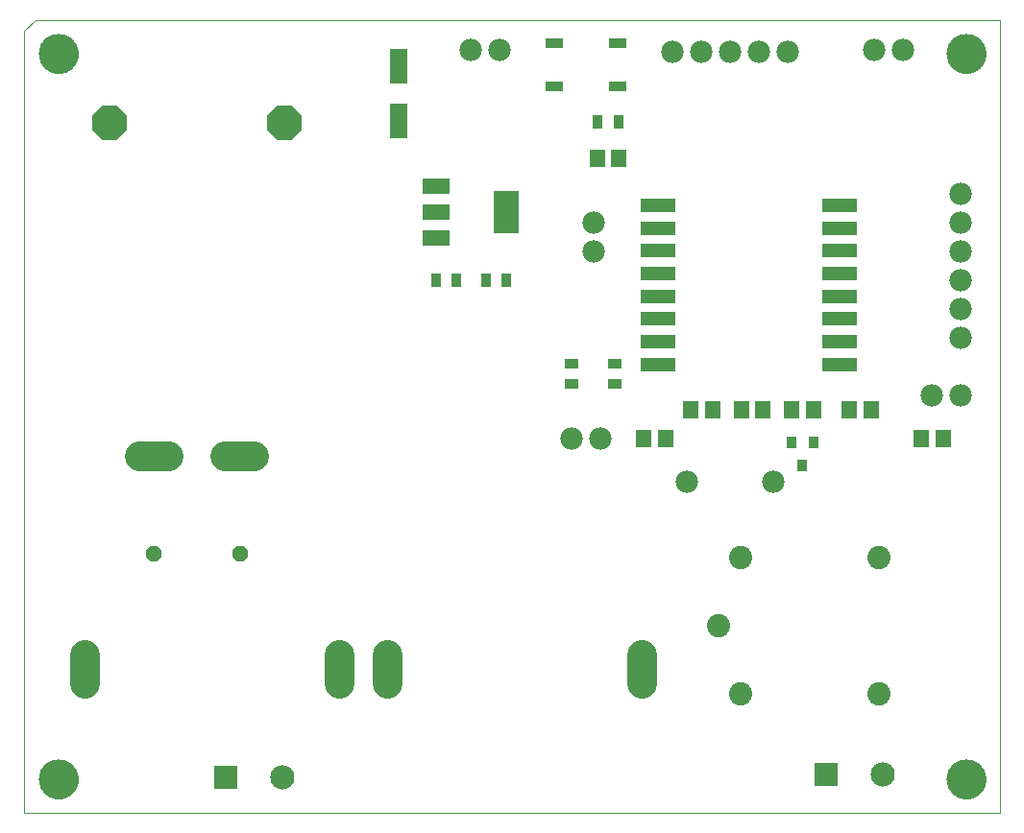
<source format=gts>
G75*
%MOIN*%
%OFA0B0*%
%FSLAX25Y25*%
%IPPOS*%
%LPD*%
%AMOC8*
5,1,8,0,0,1.08239X$1,22.5*
%
%ADD10C,0.00000*%
%ADD11C,0.13786*%
%ADD12R,0.05518X0.06306*%
%ADD13C,0.07800*%
%ADD14C,0.10400*%
%ADD15OC8,0.12211*%
%ADD16R,0.03550X0.05124*%
%ADD17R,0.05912X0.12211*%
%ADD18R,0.03550X0.03943*%
%ADD19R,0.05124X0.03550*%
%ADD20R,0.12211X0.04600*%
%ADD21R,0.06400X0.03400*%
%ADD22R,0.08400X0.08400*%
%ADD23C,0.08400*%
%ADD24C,0.08077*%
%ADD25R,0.09200X0.05200*%
%ADD26R,0.09061X0.14573*%
%ADD27OC8,0.05600*%
D10*
X0035219Y0001892D02*
X0035219Y0273546D01*
X0039156Y0277483D01*
X0373802Y0277483D01*
X0373802Y0001892D01*
X0035219Y0001892D01*
X0040337Y0013703D02*
X0040339Y0013867D01*
X0040345Y0014031D01*
X0040355Y0014195D01*
X0040369Y0014359D01*
X0040387Y0014522D01*
X0040409Y0014685D01*
X0040436Y0014847D01*
X0040466Y0015009D01*
X0040500Y0015169D01*
X0040538Y0015329D01*
X0040579Y0015488D01*
X0040625Y0015646D01*
X0040675Y0015802D01*
X0040728Y0015958D01*
X0040785Y0016112D01*
X0040846Y0016264D01*
X0040911Y0016415D01*
X0040980Y0016565D01*
X0041052Y0016712D01*
X0041127Y0016858D01*
X0041207Y0017002D01*
X0041289Y0017144D01*
X0041375Y0017284D01*
X0041465Y0017421D01*
X0041558Y0017557D01*
X0041654Y0017690D01*
X0041754Y0017821D01*
X0041856Y0017949D01*
X0041962Y0018075D01*
X0042071Y0018198D01*
X0042183Y0018318D01*
X0042297Y0018436D01*
X0042415Y0018550D01*
X0042535Y0018662D01*
X0042658Y0018771D01*
X0042784Y0018877D01*
X0042912Y0018979D01*
X0043043Y0019079D01*
X0043176Y0019175D01*
X0043312Y0019268D01*
X0043449Y0019358D01*
X0043589Y0019444D01*
X0043731Y0019526D01*
X0043875Y0019606D01*
X0044021Y0019681D01*
X0044168Y0019753D01*
X0044318Y0019822D01*
X0044469Y0019887D01*
X0044621Y0019948D01*
X0044775Y0020005D01*
X0044931Y0020058D01*
X0045087Y0020108D01*
X0045245Y0020154D01*
X0045404Y0020195D01*
X0045564Y0020233D01*
X0045724Y0020267D01*
X0045886Y0020297D01*
X0046048Y0020324D01*
X0046211Y0020346D01*
X0046374Y0020364D01*
X0046538Y0020378D01*
X0046702Y0020388D01*
X0046866Y0020394D01*
X0047030Y0020396D01*
X0047194Y0020394D01*
X0047358Y0020388D01*
X0047522Y0020378D01*
X0047686Y0020364D01*
X0047849Y0020346D01*
X0048012Y0020324D01*
X0048174Y0020297D01*
X0048336Y0020267D01*
X0048496Y0020233D01*
X0048656Y0020195D01*
X0048815Y0020154D01*
X0048973Y0020108D01*
X0049129Y0020058D01*
X0049285Y0020005D01*
X0049439Y0019948D01*
X0049591Y0019887D01*
X0049742Y0019822D01*
X0049892Y0019753D01*
X0050039Y0019681D01*
X0050185Y0019606D01*
X0050329Y0019526D01*
X0050471Y0019444D01*
X0050611Y0019358D01*
X0050748Y0019268D01*
X0050884Y0019175D01*
X0051017Y0019079D01*
X0051148Y0018979D01*
X0051276Y0018877D01*
X0051402Y0018771D01*
X0051525Y0018662D01*
X0051645Y0018550D01*
X0051763Y0018436D01*
X0051877Y0018318D01*
X0051989Y0018198D01*
X0052098Y0018075D01*
X0052204Y0017949D01*
X0052306Y0017821D01*
X0052406Y0017690D01*
X0052502Y0017557D01*
X0052595Y0017421D01*
X0052685Y0017284D01*
X0052771Y0017144D01*
X0052853Y0017002D01*
X0052933Y0016858D01*
X0053008Y0016712D01*
X0053080Y0016565D01*
X0053149Y0016415D01*
X0053214Y0016264D01*
X0053275Y0016112D01*
X0053332Y0015958D01*
X0053385Y0015802D01*
X0053435Y0015646D01*
X0053481Y0015488D01*
X0053522Y0015329D01*
X0053560Y0015169D01*
X0053594Y0015009D01*
X0053624Y0014847D01*
X0053651Y0014685D01*
X0053673Y0014522D01*
X0053691Y0014359D01*
X0053705Y0014195D01*
X0053715Y0014031D01*
X0053721Y0013867D01*
X0053723Y0013703D01*
X0053721Y0013539D01*
X0053715Y0013375D01*
X0053705Y0013211D01*
X0053691Y0013047D01*
X0053673Y0012884D01*
X0053651Y0012721D01*
X0053624Y0012559D01*
X0053594Y0012397D01*
X0053560Y0012237D01*
X0053522Y0012077D01*
X0053481Y0011918D01*
X0053435Y0011760D01*
X0053385Y0011604D01*
X0053332Y0011448D01*
X0053275Y0011294D01*
X0053214Y0011142D01*
X0053149Y0010991D01*
X0053080Y0010841D01*
X0053008Y0010694D01*
X0052933Y0010548D01*
X0052853Y0010404D01*
X0052771Y0010262D01*
X0052685Y0010122D01*
X0052595Y0009985D01*
X0052502Y0009849D01*
X0052406Y0009716D01*
X0052306Y0009585D01*
X0052204Y0009457D01*
X0052098Y0009331D01*
X0051989Y0009208D01*
X0051877Y0009088D01*
X0051763Y0008970D01*
X0051645Y0008856D01*
X0051525Y0008744D01*
X0051402Y0008635D01*
X0051276Y0008529D01*
X0051148Y0008427D01*
X0051017Y0008327D01*
X0050884Y0008231D01*
X0050748Y0008138D01*
X0050611Y0008048D01*
X0050471Y0007962D01*
X0050329Y0007880D01*
X0050185Y0007800D01*
X0050039Y0007725D01*
X0049892Y0007653D01*
X0049742Y0007584D01*
X0049591Y0007519D01*
X0049439Y0007458D01*
X0049285Y0007401D01*
X0049129Y0007348D01*
X0048973Y0007298D01*
X0048815Y0007252D01*
X0048656Y0007211D01*
X0048496Y0007173D01*
X0048336Y0007139D01*
X0048174Y0007109D01*
X0048012Y0007082D01*
X0047849Y0007060D01*
X0047686Y0007042D01*
X0047522Y0007028D01*
X0047358Y0007018D01*
X0047194Y0007012D01*
X0047030Y0007010D01*
X0046866Y0007012D01*
X0046702Y0007018D01*
X0046538Y0007028D01*
X0046374Y0007042D01*
X0046211Y0007060D01*
X0046048Y0007082D01*
X0045886Y0007109D01*
X0045724Y0007139D01*
X0045564Y0007173D01*
X0045404Y0007211D01*
X0045245Y0007252D01*
X0045087Y0007298D01*
X0044931Y0007348D01*
X0044775Y0007401D01*
X0044621Y0007458D01*
X0044469Y0007519D01*
X0044318Y0007584D01*
X0044168Y0007653D01*
X0044021Y0007725D01*
X0043875Y0007800D01*
X0043731Y0007880D01*
X0043589Y0007962D01*
X0043449Y0008048D01*
X0043312Y0008138D01*
X0043176Y0008231D01*
X0043043Y0008327D01*
X0042912Y0008427D01*
X0042784Y0008529D01*
X0042658Y0008635D01*
X0042535Y0008744D01*
X0042415Y0008856D01*
X0042297Y0008970D01*
X0042183Y0009088D01*
X0042071Y0009208D01*
X0041962Y0009331D01*
X0041856Y0009457D01*
X0041754Y0009585D01*
X0041654Y0009716D01*
X0041558Y0009849D01*
X0041465Y0009985D01*
X0041375Y0010122D01*
X0041289Y0010262D01*
X0041207Y0010404D01*
X0041127Y0010548D01*
X0041052Y0010694D01*
X0040980Y0010841D01*
X0040911Y0010991D01*
X0040846Y0011142D01*
X0040785Y0011294D01*
X0040728Y0011448D01*
X0040675Y0011604D01*
X0040625Y0011760D01*
X0040579Y0011918D01*
X0040538Y0012077D01*
X0040500Y0012237D01*
X0040466Y0012397D01*
X0040436Y0012559D01*
X0040409Y0012721D01*
X0040387Y0012884D01*
X0040369Y0013047D01*
X0040355Y0013211D01*
X0040345Y0013375D01*
X0040339Y0013539D01*
X0040337Y0013703D01*
X0355298Y0013703D02*
X0355300Y0013867D01*
X0355306Y0014031D01*
X0355316Y0014195D01*
X0355330Y0014359D01*
X0355348Y0014522D01*
X0355370Y0014685D01*
X0355397Y0014847D01*
X0355427Y0015009D01*
X0355461Y0015169D01*
X0355499Y0015329D01*
X0355540Y0015488D01*
X0355586Y0015646D01*
X0355636Y0015802D01*
X0355689Y0015958D01*
X0355746Y0016112D01*
X0355807Y0016264D01*
X0355872Y0016415D01*
X0355941Y0016565D01*
X0356013Y0016712D01*
X0356088Y0016858D01*
X0356168Y0017002D01*
X0356250Y0017144D01*
X0356336Y0017284D01*
X0356426Y0017421D01*
X0356519Y0017557D01*
X0356615Y0017690D01*
X0356715Y0017821D01*
X0356817Y0017949D01*
X0356923Y0018075D01*
X0357032Y0018198D01*
X0357144Y0018318D01*
X0357258Y0018436D01*
X0357376Y0018550D01*
X0357496Y0018662D01*
X0357619Y0018771D01*
X0357745Y0018877D01*
X0357873Y0018979D01*
X0358004Y0019079D01*
X0358137Y0019175D01*
X0358273Y0019268D01*
X0358410Y0019358D01*
X0358550Y0019444D01*
X0358692Y0019526D01*
X0358836Y0019606D01*
X0358982Y0019681D01*
X0359129Y0019753D01*
X0359279Y0019822D01*
X0359430Y0019887D01*
X0359582Y0019948D01*
X0359736Y0020005D01*
X0359892Y0020058D01*
X0360048Y0020108D01*
X0360206Y0020154D01*
X0360365Y0020195D01*
X0360525Y0020233D01*
X0360685Y0020267D01*
X0360847Y0020297D01*
X0361009Y0020324D01*
X0361172Y0020346D01*
X0361335Y0020364D01*
X0361499Y0020378D01*
X0361663Y0020388D01*
X0361827Y0020394D01*
X0361991Y0020396D01*
X0362155Y0020394D01*
X0362319Y0020388D01*
X0362483Y0020378D01*
X0362647Y0020364D01*
X0362810Y0020346D01*
X0362973Y0020324D01*
X0363135Y0020297D01*
X0363297Y0020267D01*
X0363457Y0020233D01*
X0363617Y0020195D01*
X0363776Y0020154D01*
X0363934Y0020108D01*
X0364090Y0020058D01*
X0364246Y0020005D01*
X0364400Y0019948D01*
X0364552Y0019887D01*
X0364703Y0019822D01*
X0364853Y0019753D01*
X0365000Y0019681D01*
X0365146Y0019606D01*
X0365290Y0019526D01*
X0365432Y0019444D01*
X0365572Y0019358D01*
X0365709Y0019268D01*
X0365845Y0019175D01*
X0365978Y0019079D01*
X0366109Y0018979D01*
X0366237Y0018877D01*
X0366363Y0018771D01*
X0366486Y0018662D01*
X0366606Y0018550D01*
X0366724Y0018436D01*
X0366838Y0018318D01*
X0366950Y0018198D01*
X0367059Y0018075D01*
X0367165Y0017949D01*
X0367267Y0017821D01*
X0367367Y0017690D01*
X0367463Y0017557D01*
X0367556Y0017421D01*
X0367646Y0017284D01*
X0367732Y0017144D01*
X0367814Y0017002D01*
X0367894Y0016858D01*
X0367969Y0016712D01*
X0368041Y0016565D01*
X0368110Y0016415D01*
X0368175Y0016264D01*
X0368236Y0016112D01*
X0368293Y0015958D01*
X0368346Y0015802D01*
X0368396Y0015646D01*
X0368442Y0015488D01*
X0368483Y0015329D01*
X0368521Y0015169D01*
X0368555Y0015009D01*
X0368585Y0014847D01*
X0368612Y0014685D01*
X0368634Y0014522D01*
X0368652Y0014359D01*
X0368666Y0014195D01*
X0368676Y0014031D01*
X0368682Y0013867D01*
X0368684Y0013703D01*
X0368682Y0013539D01*
X0368676Y0013375D01*
X0368666Y0013211D01*
X0368652Y0013047D01*
X0368634Y0012884D01*
X0368612Y0012721D01*
X0368585Y0012559D01*
X0368555Y0012397D01*
X0368521Y0012237D01*
X0368483Y0012077D01*
X0368442Y0011918D01*
X0368396Y0011760D01*
X0368346Y0011604D01*
X0368293Y0011448D01*
X0368236Y0011294D01*
X0368175Y0011142D01*
X0368110Y0010991D01*
X0368041Y0010841D01*
X0367969Y0010694D01*
X0367894Y0010548D01*
X0367814Y0010404D01*
X0367732Y0010262D01*
X0367646Y0010122D01*
X0367556Y0009985D01*
X0367463Y0009849D01*
X0367367Y0009716D01*
X0367267Y0009585D01*
X0367165Y0009457D01*
X0367059Y0009331D01*
X0366950Y0009208D01*
X0366838Y0009088D01*
X0366724Y0008970D01*
X0366606Y0008856D01*
X0366486Y0008744D01*
X0366363Y0008635D01*
X0366237Y0008529D01*
X0366109Y0008427D01*
X0365978Y0008327D01*
X0365845Y0008231D01*
X0365709Y0008138D01*
X0365572Y0008048D01*
X0365432Y0007962D01*
X0365290Y0007880D01*
X0365146Y0007800D01*
X0365000Y0007725D01*
X0364853Y0007653D01*
X0364703Y0007584D01*
X0364552Y0007519D01*
X0364400Y0007458D01*
X0364246Y0007401D01*
X0364090Y0007348D01*
X0363934Y0007298D01*
X0363776Y0007252D01*
X0363617Y0007211D01*
X0363457Y0007173D01*
X0363297Y0007139D01*
X0363135Y0007109D01*
X0362973Y0007082D01*
X0362810Y0007060D01*
X0362647Y0007042D01*
X0362483Y0007028D01*
X0362319Y0007018D01*
X0362155Y0007012D01*
X0361991Y0007010D01*
X0361827Y0007012D01*
X0361663Y0007018D01*
X0361499Y0007028D01*
X0361335Y0007042D01*
X0361172Y0007060D01*
X0361009Y0007082D01*
X0360847Y0007109D01*
X0360685Y0007139D01*
X0360525Y0007173D01*
X0360365Y0007211D01*
X0360206Y0007252D01*
X0360048Y0007298D01*
X0359892Y0007348D01*
X0359736Y0007401D01*
X0359582Y0007458D01*
X0359430Y0007519D01*
X0359279Y0007584D01*
X0359129Y0007653D01*
X0358982Y0007725D01*
X0358836Y0007800D01*
X0358692Y0007880D01*
X0358550Y0007962D01*
X0358410Y0008048D01*
X0358273Y0008138D01*
X0358137Y0008231D01*
X0358004Y0008327D01*
X0357873Y0008427D01*
X0357745Y0008529D01*
X0357619Y0008635D01*
X0357496Y0008744D01*
X0357376Y0008856D01*
X0357258Y0008970D01*
X0357144Y0009088D01*
X0357032Y0009208D01*
X0356923Y0009331D01*
X0356817Y0009457D01*
X0356715Y0009585D01*
X0356615Y0009716D01*
X0356519Y0009849D01*
X0356426Y0009985D01*
X0356336Y0010122D01*
X0356250Y0010262D01*
X0356168Y0010404D01*
X0356088Y0010548D01*
X0356013Y0010694D01*
X0355941Y0010841D01*
X0355872Y0010991D01*
X0355807Y0011142D01*
X0355746Y0011294D01*
X0355689Y0011448D01*
X0355636Y0011604D01*
X0355586Y0011760D01*
X0355540Y0011918D01*
X0355499Y0012077D01*
X0355461Y0012237D01*
X0355427Y0012397D01*
X0355397Y0012559D01*
X0355370Y0012721D01*
X0355348Y0012884D01*
X0355330Y0013047D01*
X0355316Y0013211D01*
X0355306Y0013375D01*
X0355300Y0013539D01*
X0355298Y0013703D01*
X0355298Y0265672D02*
X0355300Y0265836D01*
X0355306Y0266000D01*
X0355316Y0266164D01*
X0355330Y0266328D01*
X0355348Y0266491D01*
X0355370Y0266654D01*
X0355397Y0266816D01*
X0355427Y0266978D01*
X0355461Y0267138D01*
X0355499Y0267298D01*
X0355540Y0267457D01*
X0355586Y0267615D01*
X0355636Y0267771D01*
X0355689Y0267927D01*
X0355746Y0268081D01*
X0355807Y0268233D01*
X0355872Y0268384D01*
X0355941Y0268534D01*
X0356013Y0268681D01*
X0356088Y0268827D01*
X0356168Y0268971D01*
X0356250Y0269113D01*
X0356336Y0269253D01*
X0356426Y0269390D01*
X0356519Y0269526D01*
X0356615Y0269659D01*
X0356715Y0269790D01*
X0356817Y0269918D01*
X0356923Y0270044D01*
X0357032Y0270167D01*
X0357144Y0270287D01*
X0357258Y0270405D01*
X0357376Y0270519D01*
X0357496Y0270631D01*
X0357619Y0270740D01*
X0357745Y0270846D01*
X0357873Y0270948D01*
X0358004Y0271048D01*
X0358137Y0271144D01*
X0358273Y0271237D01*
X0358410Y0271327D01*
X0358550Y0271413D01*
X0358692Y0271495D01*
X0358836Y0271575D01*
X0358982Y0271650D01*
X0359129Y0271722D01*
X0359279Y0271791D01*
X0359430Y0271856D01*
X0359582Y0271917D01*
X0359736Y0271974D01*
X0359892Y0272027D01*
X0360048Y0272077D01*
X0360206Y0272123D01*
X0360365Y0272164D01*
X0360525Y0272202D01*
X0360685Y0272236D01*
X0360847Y0272266D01*
X0361009Y0272293D01*
X0361172Y0272315D01*
X0361335Y0272333D01*
X0361499Y0272347D01*
X0361663Y0272357D01*
X0361827Y0272363D01*
X0361991Y0272365D01*
X0362155Y0272363D01*
X0362319Y0272357D01*
X0362483Y0272347D01*
X0362647Y0272333D01*
X0362810Y0272315D01*
X0362973Y0272293D01*
X0363135Y0272266D01*
X0363297Y0272236D01*
X0363457Y0272202D01*
X0363617Y0272164D01*
X0363776Y0272123D01*
X0363934Y0272077D01*
X0364090Y0272027D01*
X0364246Y0271974D01*
X0364400Y0271917D01*
X0364552Y0271856D01*
X0364703Y0271791D01*
X0364853Y0271722D01*
X0365000Y0271650D01*
X0365146Y0271575D01*
X0365290Y0271495D01*
X0365432Y0271413D01*
X0365572Y0271327D01*
X0365709Y0271237D01*
X0365845Y0271144D01*
X0365978Y0271048D01*
X0366109Y0270948D01*
X0366237Y0270846D01*
X0366363Y0270740D01*
X0366486Y0270631D01*
X0366606Y0270519D01*
X0366724Y0270405D01*
X0366838Y0270287D01*
X0366950Y0270167D01*
X0367059Y0270044D01*
X0367165Y0269918D01*
X0367267Y0269790D01*
X0367367Y0269659D01*
X0367463Y0269526D01*
X0367556Y0269390D01*
X0367646Y0269253D01*
X0367732Y0269113D01*
X0367814Y0268971D01*
X0367894Y0268827D01*
X0367969Y0268681D01*
X0368041Y0268534D01*
X0368110Y0268384D01*
X0368175Y0268233D01*
X0368236Y0268081D01*
X0368293Y0267927D01*
X0368346Y0267771D01*
X0368396Y0267615D01*
X0368442Y0267457D01*
X0368483Y0267298D01*
X0368521Y0267138D01*
X0368555Y0266978D01*
X0368585Y0266816D01*
X0368612Y0266654D01*
X0368634Y0266491D01*
X0368652Y0266328D01*
X0368666Y0266164D01*
X0368676Y0266000D01*
X0368682Y0265836D01*
X0368684Y0265672D01*
X0368682Y0265508D01*
X0368676Y0265344D01*
X0368666Y0265180D01*
X0368652Y0265016D01*
X0368634Y0264853D01*
X0368612Y0264690D01*
X0368585Y0264528D01*
X0368555Y0264366D01*
X0368521Y0264206D01*
X0368483Y0264046D01*
X0368442Y0263887D01*
X0368396Y0263729D01*
X0368346Y0263573D01*
X0368293Y0263417D01*
X0368236Y0263263D01*
X0368175Y0263111D01*
X0368110Y0262960D01*
X0368041Y0262810D01*
X0367969Y0262663D01*
X0367894Y0262517D01*
X0367814Y0262373D01*
X0367732Y0262231D01*
X0367646Y0262091D01*
X0367556Y0261954D01*
X0367463Y0261818D01*
X0367367Y0261685D01*
X0367267Y0261554D01*
X0367165Y0261426D01*
X0367059Y0261300D01*
X0366950Y0261177D01*
X0366838Y0261057D01*
X0366724Y0260939D01*
X0366606Y0260825D01*
X0366486Y0260713D01*
X0366363Y0260604D01*
X0366237Y0260498D01*
X0366109Y0260396D01*
X0365978Y0260296D01*
X0365845Y0260200D01*
X0365709Y0260107D01*
X0365572Y0260017D01*
X0365432Y0259931D01*
X0365290Y0259849D01*
X0365146Y0259769D01*
X0365000Y0259694D01*
X0364853Y0259622D01*
X0364703Y0259553D01*
X0364552Y0259488D01*
X0364400Y0259427D01*
X0364246Y0259370D01*
X0364090Y0259317D01*
X0363934Y0259267D01*
X0363776Y0259221D01*
X0363617Y0259180D01*
X0363457Y0259142D01*
X0363297Y0259108D01*
X0363135Y0259078D01*
X0362973Y0259051D01*
X0362810Y0259029D01*
X0362647Y0259011D01*
X0362483Y0258997D01*
X0362319Y0258987D01*
X0362155Y0258981D01*
X0361991Y0258979D01*
X0361827Y0258981D01*
X0361663Y0258987D01*
X0361499Y0258997D01*
X0361335Y0259011D01*
X0361172Y0259029D01*
X0361009Y0259051D01*
X0360847Y0259078D01*
X0360685Y0259108D01*
X0360525Y0259142D01*
X0360365Y0259180D01*
X0360206Y0259221D01*
X0360048Y0259267D01*
X0359892Y0259317D01*
X0359736Y0259370D01*
X0359582Y0259427D01*
X0359430Y0259488D01*
X0359279Y0259553D01*
X0359129Y0259622D01*
X0358982Y0259694D01*
X0358836Y0259769D01*
X0358692Y0259849D01*
X0358550Y0259931D01*
X0358410Y0260017D01*
X0358273Y0260107D01*
X0358137Y0260200D01*
X0358004Y0260296D01*
X0357873Y0260396D01*
X0357745Y0260498D01*
X0357619Y0260604D01*
X0357496Y0260713D01*
X0357376Y0260825D01*
X0357258Y0260939D01*
X0357144Y0261057D01*
X0357032Y0261177D01*
X0356923Y0261300D01*
X0356817Y0261426D01*
X0356715Y0261554D01*
X0356615Y0261685D01*
X0356519Y0261818D01*
X0356426Y0261954D01*
X0356336Y0262091D01*
X0356250Y0262231D01*
X0356168Y0262373D01*
X0356088Y0262517D01*
X0356013Y0262663D01*
X0355941Y0262810D01*
X0355872Y0262960D01*
X0355807Y0263111D01*
X0355746Y0263263D01*
X0355689Y0263417D01*
X0355636Y0263573D01*
X0355586Y0263729D01*
X0355540Y0263887D01*
X0355499Y0264046D01*
X0355461Y0264206D01*
X0355427Y0264366D01*
X0355397Y0264528D01*
X0355370Y0264690D01*
X0355348Y0264853D01*
X0355330Y0265016D01*
X0355316Y0265180D01*
X0355306Y0265344D01*
X0355300Y0265508D01*
X0355298Y0265672D01*
X0040337Y0265672D02*
X0040339Y0265836D01*
X0040345Y0266000D01*
X0040355Y0266164D01*
X0040369Y0266328D01*
X0040387Y0266491D01*
X0040409Y0266654D01*
X0040436Y0266816D01*
X0040466Y0266978D01*
X0040500Y0267138D01*
X0040538Y0267298D01*
X0040579Y0267457D01*
X0040625Y0267615D01*
X0040675Y0267771D01*
X0040728Y0267927D01*
X0040785Y0268081D01*
X0040846Y0268233D01*
X0040911Y0268384D01*
X0040980Y0268534D01*
X0041052Y0268681D01*
X0041127Y0268827D01*
X0041207Y0268971D01*
X0041289Y0269113D01*
X0041375Y0269253D01*
X0041465Y0269390D01*
X0041558Y0269526D01*
X0041654Y0269659D01*
X0041754Y0269790D01*
X0041856Y0269918D01*
X0041962Y0270044D01*
X0042071Y0270167D01*
X0042183Y0270287D01*
X0042297Y0270405D01*
X0042415Y0270519D01*
X0042535Y0270631D01*
X0042658Y0270740D01*
X0042784Y0270846D01*
X0042912Y0270948D01*
X0043043Y0271048D01*
X0043176Y0271144D01*
X0043312Y0271237D01*
X0043449Y0271327D01*
X0043589Y0271413D01*
X0043731Y0271495D01*
X0043875Y0271575D01*
X0044021Y0271650D01*
X0044168Y0271722D01*
X0044318Y0271791D01*
X0044469Y0271856D01*
X0044621Y0271917D01*
X0044775Y0271974D01*
X0044931Y0272027D01*
X0045087Y0272077D01*
X0045245Y0272123D01*
X0045404Y0272164D01*
X0045564Y0272202D01*
X0045724Y0272236D01*
X0045886Y0272266D01*
X0046048Y0272293D01*
X0046211Y0272315D01*
X0046374Y0272333D01*
X0046538Y0272347D01*
X0046702Y0272357D01*
X0046866Y0272363D01*
X0047030Y0272365D01*
X0047194Y0272363D01*
X0047358Y0272357D01*
X0047522Y0272347D01*
X0047686Y0272333D01*
X0047849Y0272315D01*
X0048012Y0272293D01*
X0048174Y0272266D01*
X0048336Y0272236D01*
X0048496Y0272202D01*
X0048656Y0272164D01*
X0048815Y0272123D01*
X0048973Y0272077D01*
X0049129Y0272027D01*
X0049285Y0271974D01*
X0049439Y0271917D01*
X0049591Y0271856D01*
X0049742Y0271791D01*
X0049892Y0271722D01*
X0050039Y0271650D01*
X0050185Y0271575D01*
X0050329Y0271495D01*
X0050471Y0271413D01*
X0050611Y0271327D01*
X0050748Y0271237D01*
X0050884Y0271144D01*
X0051017Y0271048D01*
X0051148Y0270948D01*
X0051276Y0270846D01*
X0051402Y0270740D01*
X0051525Y0270631D01*
X0051645Y0270519D01*
X0051763Y0270405D01*
X0051877Y0270287D01*
X0051989Y0270167D01*
X0052098Y0270044D01*
X0052204Y0269918D01*
X0052306Y0269790D01*
X0052406Y0269659D01*
X0052502Y0269526D01*
X0052595Y0269390D01*
X0052685Y0269253D01*
X0052771Y0269113D01*
X0052853Y0268971D01*
X0052933Y0268827D01*
X0053008Y0268681D01*
X0053080Y0268534D01*
X0053149Y0268384D01*
X0053214Y0268233D01*
X0053275Y0268081D01*
X0053332Y0267927D01*
X0053385Y0267771D01*
X0053435Y0267615D01*
X0053481Y0267457D01*
X0053522Y0267298D01*
X0053560Y0267138D01*
X0053594Y0266978D01*
X0053624Y0266816D01*
X0053651Y0266654D01*
X0053673Y0266491D01*
X0053691Y0266328D01*
X0053705Y0266164D01*
X0053715Y0266000D01*
X0053721Y0265836D01*
X0053723Y0265672D01*
X0053721Y0265508D01*
X0053715Y0265344D01*
X0053705Y0265180D01*
X0053691Y0265016D01*
X0053673Y0264853D01*
X0053651Y0264690D01*
X0053624Y0264528D01*
X0053594Y0264366D01*
X0053560Y0264206D01*
X0053522Y0264046D01*
X0053481Y0263887D01*
X0053435Y0263729D01*
X0053385Y0263573D01*
X0053332Y0263417D01*
X0053275Y0263263D01*
X0053214Y0263111D01*
X0053149Y0262960D01*
X0053080Y0262810D01*
X0053008Y0262663D01*
X0052933Y0262517D01*
X0052853Y0262373D01*
X0052771Y0262231D01*
X0052685Y0262091D01*
X0052595Y0261954D01*
X0052502Y0261818D01*
X0052406Y0261685D01*
X0052306Y0261554D01*
X0052204Y0261426D01*
X0052098Y0261300D01*
X0051989Y0261177D01*
X0051877Y0261057D01*
X0051763Y0260939D01*
X0051645Y0260825D01*
X0051525Y0260713D01*
X0051402Y0260604D01*
X0051276Y0260498D01*
X0051148Y0260396D01*
X0051017Y0260296D01*
X0050884Y0260200D01*
X0050748Y0260107D01*
X0050611Y0260017D01*
X0050471Y0259931D01*
X0050329Y0259849D01*
X0050185Y0259769D01*
X0050039Y0259694D01*
X0049892Y0259622D01*
X0049742Y0259553D01*
X0049591Y0259488D01*
X0049439Y0259427D01*
X0049285Y0259370D01*
X0049129Y0259317D01*
X0048973Y0259267D01*
X0048815Y0259221D01*
X0048656Y0259180D01*
X0048496Y0259142D01*
X0048336Y0259108D01*
X0048174Y0259078D01*
X0048012Y0259051D01*
X0047849Y0259029D01*
X0047686Y0259011D01*
X0047522Y0258997D01*
X0047358Y0258987D01*
X0047194Y0258981D01*
X0047030Y0258979D01*
X0046866Y0258981D01*
X0046702Y0258987D01*
X0046538Y0258997D01*
X0046374Y0259011D01*
X0046211Y0259029D01*
X0046048Y0259051D01*
X0045886Y0259078D01*
X0045724Y0259108D01*
X0045564Y0259142D01*
X0045404Y0259180D01*
X0045245Y0259221D01*
X0045087Y0259267D01*
X0044931Y0259317D01*
X0044775Y0259370D01*
X0044621Y0259427D01*
X0044469Y0259488D01*
X0044318Y0259553D01*
X0044168Y0259622D01*
X0044021Y0259694D01*
X0043875Y0259769D01*
X0043731Y0259849D01*
X0043589Y0259931D01*
X0043449Y0260017D01*
X0043312Y0260107D01*
X0043176Y0260200D01*
X0043043Y0260296D01*
X0042912Y0260396D01*
X0042784Y0260498D01*
X0042658Y0260604D01*
X0042535Y0260713D01*
X0042415Y0260825D01*
X0042297Y0260939D01*
X0042183Y0261057D01*
X0042071Y0261177D01*
X0041962Y0261300D01*
X0041856Y0261426D01*
X0041754Y0261554D01*
X0041654Y0261685D01*
X0041558Y0261818D01*
X0041465Y0261954D01*
X0041375Y0262091D01*
X0041289Y0262231D01*
X0041207Y0262373D01*
X0041127Y0262517D01*
X0041052Y0262663D01*
X0040980Y0262810D01*
X0040911Y0262960D01*
X0040846Y0263111D01*
X0040785Y0263263D01*
X0040728Y0263417D01*
X0040675Y0263573D01*
X0040625Y0263729D01*
X0040579Y0263887D01*
X0040538Y0264046D01*
X0040500Y0264206D01*
X0040466Y0264366D01*
X0040436Y0264528D01*
X0040409Y0264690D01*
X0040387Y0264853D01*
X0040369Y0265016D01*
X0040355Y0265180D01*
X0040345Y0265344D01*
X0040339Y0265508D01*
X0040337Y0265672D01*
D11*
X0047030Y0265672D03*
X0361991Y0265672D03*
X0361991Y0013703D03*
X0047030Y0013703D03*
D12*
X0250229Y0131892D03*
X0257709Y0131892D03*
X0266479Y0141892D03*
X0273959Y0141892D03*
X0283979Y0141892D03*
X0291459Y0141892D03*
X0301479Y0141892D03*
X0308959Y0141892D03*
X0321479Y0141892D03*
X0328959Y0141892D03*
X0346479Y0131892D03*
X0353959Y0131892D03*
X0241459Y0229392D03*
X0233979Y0229392D03*
D13*
X0232719Y0206892D03*
X0232719Y0196892D03*
X0235219Y0131892D03*
X0225219Y0131892D03*
X0265219Y0116892D03*
X0295219Y0116892D03*
X0350219Y0146892D03*
X0360219Y0146892D03*
X0360219Y0166892D03*
X0360219Y0176892D03*
X0360219Y0186892D03*
X0360219Y0196892D03*
X0360219Y0206892D03*
X0360219Y0216892D03*
X0300219Y0266390D03*
X0290219Y0266390D03*
X0280219Y0266390D03*
X0270219Y0266390D03*
X0260219Y0266390D03*
X0200219Y0266892D03*
X0190219Y0266892D03*
X0330219Y0266892D03*
X0340219Y0266892D03*
D14*
X0114825Y0125947D02*
X0104825Y0125947D01*
X0085140Y0125947D02*
X0075140Y0125947D01*
X0055919Y0056892D02*
X0055919Y0046892D01*
X0144519Y0046892D02*
X0144519Y0056892D01*
X0160919Y0056892D02*
X0160919Y0046892D01*
X0249519Y0046892D02*
X0249519Y0056892D01*
D15*
X0125298Y0241695D03*
X0064668Y0241695D03*
D16*
X0177926Y0186892D03*
X0185012Y0186892D03*
X0195426Y0186892D03*
X0202512Y0186892D03*
X0234176Y0241892D03*
X0241262Y0241892D03*
D17*
X0165219Y0242443D03*
X0165219Y0261341D03*
D18*
X0301479Y0130829D03*
X0308959Y0130829D03*
X0305219Y0122561D03*
D19*
X0240219Y0150849D03*
X0240219Y0157935D03*
X0225219Y0157935D03*
X0225219Y0150849D03*
D20*
X0255219Y0157798D03*
X0255219Y0165672D03*
X0255219Y0173546D03*
X0255219Y0181420D03*
X0255219Y0189294D03*
X0255219Y0197168D03*
X0255219Y0205042D03*
X0255219Y0212916D03*
X0318211Y0212916D03*
X0318211Y0205042D03*
X0318211Y0197168D03*
X0318211Y0189294D03*
X0318211Y0181420D03*
X0318211Y0173546D03*
X0318211Y0165672D03*
X0318211Y0157798D03*
D21*
X0241219Y0254392D03*
X0241219Y0269392D03*
X0219219Y0269392D03*
X0219219Y0254392D03*
D22*
X0313469Y0015392D03*
X0105219Y0014392D03*
D23*
X0124904Y0014392D03*
X0333154Y0015392D03*
D24*
X0331872Y0043270D03*
X0283841Y0043270D03*
X0275967Y0066892D03*
X0283841Y0090514D03*
X0331872Y0090514D03*
D25*
X0178019Y0201542D03*
X0178019Y0210642D03*
X0178019Y0219742D03*
D26*
X0202420Y0210642D03*
D27*
X0110219Y0091892D03*
X0080219Y0091892D03*
M02*

</source>
